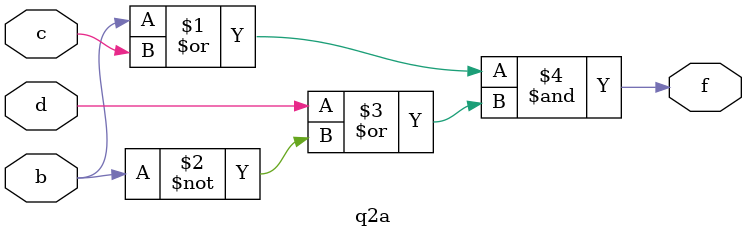
<source format=v>
module q2a(b,c,d,f);
	input b,c,d;
	output f;
	
	assign f = ((b | c) & (d | ~b));

endmodule
</source>
